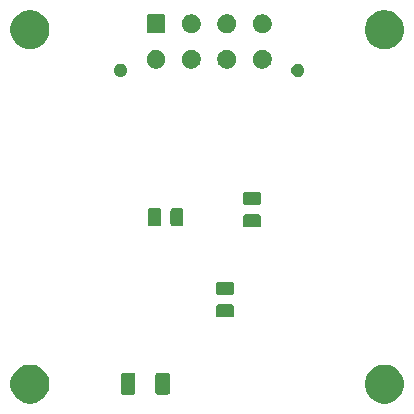
<source format=gbr>
G04 #@! TF.GenerationSoftware,KiCad,Pcbnew,(5.1.6)-1*
G04 #@! TF.CreationDate,2021-06-24T15:15:02+10:00*
G04 #@! TF.ProjectId,BSPD,42535044-2e6b-4696-9361-645f70636258,rev?*
G04 #@! TF.SameCoordinates,Original*
G04 #@! TF.FileFunction,Soldermask,Bot*
G04 #@! TF.FilePolarity,Negative*
%FSLAX46Y46*%
G04 Gerber Fmt 4.6, Leading zero omitted, Abs format (unit mm)*
G04 Created by KiCad (PCBNEW (5.1.6)-1) date 2021-06-24 15:15:02*
%MOMM*%
%LPD*%
G01*
G04 APERTURE LIST*
%ADD10C,0.100000*%
G04 APERTURE END LIST*
D10*
G36*
X115973256Y-133547298D02*
G01*
X116079579Y-133568447D01*
X116380042Y-133692903D01*
X116650451Y-133873585D01*
X116880415Y-134103549D01*
X117061097Y-134373958D01*
X117061098Y-134373960D01*
X117185553Y-134674422D01*
X117249000Y-134993389D01*
X117249000Y-135318611D01*
X117185553Y-135637578D01*
X117063261Y-135932819D01*
X117061097Y-135938042D01*
X116880415Y-136208451D01*
X116650451Y-136438415D01*
X116380042Y-136619097D01*
X116079579Y-136743553D01*
X115973256Y-136764702D01*
X115760611Y-136807000D01*
X115435389Y-136807000D01*
X115222744Y-136764702D01*
X115116421Y-136743553D01*
X114815958Y-136619097D01*
X114545549Y-136438415D01*
X114315585Y-136208451D01*
X114134903Y-135938042D01*
X114132740Y-135932819D01*
X114010447Y-135637578D01*
X113947000Y-135318611D01*
X113947000Y-134993389D01*
X114010447Y-134674422D01*
X114134902Y-134373960D01*
X114134903Y-134373958D01*
X114315585Y-134103549D01*
X114545549Y-133873585D01*
X114815958Y-133692903D01*
X115116421Y-133568447D01*
X115222744Y-133547298D01*
X115435389Y-133505000D01*
X115760611Y-133505000D01*
X115973256Y-133547298D01*
G37*
G36*
X85973256Y-133547298D02*
G01*
X86079579Y-133568447D01*
X86380042Y-133692903D01*
X86650451Y-133873585D01*
X86880415Y-134103549D01*
X87061097Y-134373958D01*
X87061098Y-134373960D01*
X87185553Y-134674422D01*
X87249000Y-134993389D01*
X87249000Y-135318611D01*
X87185553Y-135637578D01*
X87063261Y-135932819D01*
X87061097Y-135938042D01*
X86880415Y-136208451D01*
X86650451Y-136438415D01*
X86380042Y-136619097D01*
X86079579Y-136743553D01*
X85973256Y-136764702D01*
X85760611Y-136807000D01*
X85435389Y-136807000D01*
X85222744Y-136764702D01*
X85116421Y-136743553D01*
X84815958Y-136619097D01*
X84545549Y-136438415D01*
X84315585Y-136208451D01*
X84134903Y-135938042D01*
X84132740Y-135932819D01*
X84010447Y-135637578D01*
X83947000Y-135318611D01*
X83947000Y-134993389D01*
X84010447Y-134674422D01*
X84134902Y-134373960D01*
X84134903Y-134373958D01*
X84315585Y-134103549D01*
X84545549Y-133873585D01*
X84815958Y-133692903D01*
X85116421Y-133568447D01*
X85222744Y-133547298D01*
X85435389Y-133505000D01*
X85760611Y-133505000D01*
X85973256Y-133547298D01*
G37*
G36*
X94364307Y-134206498D02*
G01*
X94402318Y-134218029D01*
X94437342Y-134236749D01*
X94468049Y-134261951D01*
X94493251Y-134292658D01*
X94511971Y-134327682D01*
X94523502Y-134365693D01*
X94528000Y-134411363D01*
X94528000Y-135844637D01*
X94523502Y-135890307D01*
X94511971Y-135928318D01*
X94493251Y-135963342D01*
X94468049Y-135994049D01*
X94437342Y-136019251D01*
X94402318Y-136037971D01*
X94364307Y-136049502D01*
X94318637Y-136054000D01*
X93510363Y-136054000D01*
X93464693Y-136049502D01*
X93426682Y-136037971D01*
X93391658Y-136019251D01*
X93360951Y-135994049D01*
X93335749Y-135963342D01*
X93317029Y-135928318D01*
X93305498Y-135890307D01*
X93301000Y-135844637D01*
X93301000Y-134411363D01*
X93305498Y-134365693D01*
X93317029Y-134327682D01*
X93335749Y-134292658D01*
X93360951Y-134261951D01*
X93391658Y-134236749D01*
X93426682Y-134218029D01*
X93464693Y-134206498D01*
X93510363Y-134202000D01*
X94318637Y-134202000D01*
X94364307Y-134206498D01*
G37*
G36*
X97289307Y-134206498D02*
G01*
X97327318Y-134218029D01*
X97362342Y-134236749D01*
X97393049Y-134261951D01*
X97418251Y-134292658D01*
X97436971Y-134327682D01*
X97448502Y-134365693D01*
X97453000Y-134411363D01*
X97453000Y-135844637D01*
X97448502Y-135890307D01*
X97436971Y-135928318D01*
X97418251Y-135963342D01*
X97393049Y-135994049D01*
X97362342Y-136019251D01*
X97327318Y-136037971D01*
X97289307Y-136049502D01*
X97243637Y-136054000D01*
X96435363Y-136054000D01*
X96389693Y-136049502D01*
X96351682Y-136037971D01*
X96316658Y-136019251D01*
X96285951Y-135994049D01*
X96260749Y-135963342D01*
X96242029Y-135928318D01*
X96230498Y-135890307D01*
X96226000Y-135844637D01*
X96226000Y-134411363D01*
X96230498Y-134365693D01*
X96242029Y-134327682D01*
X96260749Y-134292658D01*
X96285951Y-134261951D01*
X96316658Y-134236749D01*
X96351682Y-134218029D01*
X96389693Y-134206498D01*
X96435363Y-134202000D01*
X97243637Y-134202000D01*
X97289307Y-134206498D01*
G37*
G36*
X102712434Y-128419686D02*
G01*
X102752284Y-128431774D01*
X102788999Y-128451399D01*
X102821186Y-128477814D01*
X102847601Y-128510001D01*
X102867226Y-128546716D01*
X102879314Y-128586566D01*
X102884000Y-128634141D01*
X102884000Y-129297859D01*
X102879314Y-129345434D01*
X102867226Y-129385284D01*
X102847601Y-129421999D01*
X102821186Y-129454186D01*
X102788999Y-129480601D01*
X102752284Y-129500226D01*
X102712434Y-129512314D01*
X102664859Y-129517000D01*
X101551141Y-129517000D01*
X101503566Y-129512314D01*
X101463716Y-129500226D01*
X101427001Y-129480601D01*
X101394814Y-129454186D01*
X101368399Y-129421999D01*
X101348774Y-129385284D01*
X101336686Y-129345434D01*
X101332000Y-129297859D01*
X101332000Y-128634141D01*
X101336686Y-128586566D01*
X101348774Y-128546716D01*
X101368399Y-128510001D01*
X101394814Y-128477814D01*
X101427001Y-128451399D01*
X101463716Y-128431774D01*
X101503566Y-128419686D01*
X101551141Y-128415000D01*
X102664859Y-128415000D01*
X102712434Y-128419686D01*
G37*
G36*
X102712434Y-126519686D02*
G01*
X102752284Y-126531774D01*
X102788999Y-126551399D01*
X102821186Y-126577814D01*
X102847601Y-126610001D01*
X102867226Y-126646716D01*
X102879314Y-126686566D01*
X102884000Y-126734141D01*
X102884000Y-127397859D01*
X102879314Y-127445434D01*
X102867226Y-127485284D01*
X102847601Y-127521999D01*
X102821186Y-127554186D01*
X102788999Y-127580601D01*
X102752284Y-127600226D01*
X102712434Y-127612314D01*
X102664859Y-127617000D01*
X101551141Y-127617000D01*
X101503566Y-127612314D01*
X101463716Y-127600226D01*
X101427001Y-127580601D01*
X101394814Y-127554186D01*
X101368399Y-127521999D01*
X101348774Y-127485284D01*
X101336686Y-127445434D01*
X101332000Y-127397859D01*
X101332000Y-126734141D01*
X101336686Y-126686566D01*
X101348774Y-126646716D01*
X101368399Y-126610001D01*
X101394814Y-126577814D01*
X101427001Y-126551399D01*
X101463716Y-126531774D01*
X101503566Y-126519686D01*
X101551141Y-126515000D01*
X102664859Y-126515000D01*
X102712434Y-126519686D01*
G37*
G36*
X104998434Y-120799686D02*
G01*
X105038284Y-120811774D01*
X105074999Y-120831399D01*
X105107186Y-120857814D01*
X105133601Y-120890001D01*
X105153226Y-120926716D01*
X105165314Y-120966566D01*
X105170000Y-121014141D01*
X105170000Y-121677859D01*
X105165314Y-121725434D01*
X105153226Y-121765284D01*
X105133601Y-121801999D01*
X105107186Y-121834186D01*
X105074999Y-121860601D01*
X105038284Y-121880226D01*
X104998434Y-121892314D01*
X104950859Y-121897000D01*
X103837141Y-121897000D01*
X103789566Y-121892314D01*
X103749716Y-121880226D01*
X103713001Y-121860601D01*
X103680814Y-121834186D01*
X103654399Y-121801999D01*
X103634774Y-121765284D01*
X103622686Y-121725434D01*
X103618000Y-121677859D01*
X103618000Y-121014141D01*
X103622686Y-120966566D01*
X103634774Y-120926716D01*
X103654399Y-120890001D01*
X103680814Y-120857814D01*
X103713001Y-120831399D01*
X103749716Y-120811774D01*
X103789566Y-120799686D01*
X103837141Y-120795000D01*
X104950859Y-120795000D01*
X104998434Y-120799686D01*
G37*
G36*
X96523434Y-120259686D02*
G01*
X96563284Y-120271774D01*
X96599999Y-120291399D01*
X96632186Y-120317814D01*
X96658601Y-120350001D01*
X96678226Y-120386716D01*
X96690314Y-120426566D01*
X96695000Y-120474141D01*
X96695000Y-121587859D01*
X96690314Y-121635434D01*
X96678226Y-121675284D01*
X96658601Y-121711999D01*
X96632186Y-121744186D01*
X96599999Y-121770601D01*
X96563284Y-121790226D01*
X96523434Y-121802314D01*
X96475859Y-121807000D01*
X95812141Y-121807000D01*
X95764566Y-121802314D01*
X95724716Y-121790226D01*
X95688001Y-121770601D01*
X95655814Y-121744186D01*
X95629399Y-121711999D01*
X95609774Y-121675284D01*
X95597686Y-121635434D01*
X95593000Y-121587859D01*
X95593000Y-120474141D01*
X95597686Y-120426566D01*
X95609774Y-120386716D01*
X95629399Y-120350001D01*
X95655814Y-120317814D01*
X95688001Y-120291399D01*
X95724716Y-120271774D01*
X95764566Y-120259686D01*
X95812141Y-120255000D01*
X96475859Y-120255000D01*
X96523434Y-120259686D01*
G37*
G36*
X98423434Y-120259686D02*
G01*
X98463284Y-120271774D01*
X98499999Y-120291399D01*
X98532186Y-120317814D01*
X98558601Y-120350001D01*
X98578226Y-120386716D01*
X98590314Y-120426566D01*
X98595000Y-120474141D01*
X98595000Y-121587859D01*
X98590314Y-121635434D01*
X98578226Y-121675284D01*
X98558601Y-121711999D01*
X98532186Y-121744186D01*
X98499999Y-121770601D01*
X98463284Y-121790226D01*
X98423434Y-121802314D01*
X98375859Y-121807000D01*
X97712141Y-121807000D01*
X97664566Y-121802314D01*
X97624716Y-121790226D01*
X97588001Y-121770601D01*
X97555814Y-121744186D01*
X97529399Y-121711999D01*
X97509774Y-121675284D01*
X97497686Y-121635434D01*
X97493000Y-121587859D01*
X97493000Y-120474141D01*
X97497686Y-120426566D01*
X97509774Y-120386716D01*
X97529399Y-120350001D01*
X97555814Y-120317814D01*
X97588001Y-120291399D01*
X97624716Y-120271774D01*
X97664566Y-120259686D01*
X97712141Y-120255000D01*
X98375859Y-120255000D01*
X98423434Y-120259686D01*
G37*
G36*
X104998434Y-118899686D02*
G01*
X105038284Y-118911774D01*
X105074999Y-118931399D01*
X105107186Y-118957814D01*
X105133601Y-118990001D01*
X105153226Y-119026716D01*
X105165314Y-119066566D01*
X105170000Y-119114141D01*
X105170000Y-119777859D01*
X105165314Y-119825434D01*
X105153226Y-119865284D01*
X105133601Y-119901999D01*
X105107186Y-119934186D01*
X105074999Y-119960601D01*
X105038284Y-119980226D01*
X104998434Y-119992314D01*
X104950859Y-119997000D01*
X103837141Y-119997000D01*
X103789566Y-119992314D01*
X103749716Y-119980226D01*
X103713001Y-119960601D01*
X103680814Y-119934186D01*
X103654399Y-119901999D01*
X103634774Y-119865284D01*
X103622686Y-119825434D01*
X103618000Y-119777859D01*
X103618000Y-119114141D01*
X103622686Y-119066566D01*
X103634774Y-119026716D01*
X103654399Y-118990001D01*
X103680814Y-118957814D01*
X103713001Y-118931399D01*
X103749716Y-118911774D01*
X103789566Y-118899686D01*
X103837141Y-118895000D01*
X104950859Y-118895000D01*
X104998434Y-118899686D01*
G37*
G36*
X108426721Y-108058174D02*
G01*
X108526995Y-108099709D01*
X108526996Y-108099710D01*
X108617242Y-108160010D01*
X108693990Y-108236758D01*
X108693991Y-108236760D01*
X108754291Y-108327005D01*
X108795826Y-108427279D01*
X108817000Y-108533730D01*
X108817000Y-108642270D01*
X108795826Y-108748721D01*
X108754291Y-108848995D01*
X108754290Y-108848996D01*
X108693990Y-108939242D01*
X108617242Y-109015990D01*
X108571812Y-109046345D01*
X108526995Y-109076291D01*
X108426721Y-109117826D01*
X108320270Y-109139000D01*
X108211730Y-109139000D01*
X108105279Y-109117826D01*
X108005005Y-109076291D01*
X107960188Y-109046345D01*
X107914758Y-109015990D01*
X107838010Y-108939242D01*
X107777710Y-108848996D01*
X107777709Y-108848995D01*
X107736174Y-108748721D01*
X107715000Y-108642270D01*
X107715000Y-108533730D01*
X107736174Y-108427279D01*
X107777709Y-108327005D01*
X107838009Y-108236760D01*
X107838010Y-108236758D01*
X107914758Y-108160010D01*
X108005004Y-108099710D01*
X108005005Y-108099709D01*
X108105279Y-108058174D01*
X108211730Y-108037000D01*
X108320270Y-108037000D01*
X108426721Y-108058174D01*
G37*
G36*
X93426721Y-108058174D02*
G01*
X93526995Y-108099709D01*
X93526996Y-108099710D01*
X93617242Y-108160010D01*
X93693990Y-108236758D01*
X93693991Y-108236760D01*
X93754291Y-108327005D01*
X93795826Y-108427279D01*
X93817000Y-108533730D01*
X93817000Y-108642270D01*
X93795826Y-108748721D01*
X93754291Y-108848995D01*
X93754290Y-108848996D01*
X93693990Y-108939242D01*
X93617242Y-109015990D01*
X93571812Y-109046345D01*
X93526995Y-109076291D01*
X93426721Y-109117826D01*
X93320270Y-109139000D01*
X93211730Y-109139000D01*
X93105279Y-109117826D01*
X93005005Y-109076291D01*
X92960188Y-109046345D01*
X92914758Y-109015990D01*
X92838010Y-108939242D01*
X92777710Y-108848996D01*
X92777709Y-108848995D01*
X92736174Y-108748721D01*
X92715000Y-108642270D01*
X92715000Y-108533730D01*
X92736174Y-108427279D01*
X92777709Y-108327005D01*
X92838009Y-108236760D01*
X92838010Y-108236758D01*
X92914758Y-108160010D01*
X93005004Y-108099710D01*
X93005005Y-108099709D01*
X93105279Y-108058174D01*
X93211730Y-108037000D01*
X93320270Y-108037000D01*
X93426721Y-108058174D01*
G37*
G36*
X96499642Y-106877781D02*
G01*
X96645414Y-106938162D01*
X96645416Y-106938163D01*
X96776608Y-107025822D01*
X96888178Y-107137392D01*
X96975837Y-107268584D01*
X96975838Y-107268586D01*
X97036219Y-107414358D01*
X97067000Y-107569107D01*
X97067000Y-107726893D01*
X97036219Y-107881642D01*
X96975838Y-108027414D01*
X96975837Y-108027416D01*
X96888178Y-108158608D01*
X96776608Y-108270178D01*
X96645416Y-108357837D01*
X96645415Y-108357838D01*
X96645414Y-108357838D01*
X96499642Y-108418219D01*
X96344893Y-108449000D01*
X96187107Y-108449000D01*
X96032358Y-108418219D01*
X95886586Y-108357838D01*
X95886585Y-108357838D01*
X95886584Y-108357837D01*
X95755392Y-108270178D01*
X95643822Y-108158608D01*
X95556163Y-108027416D01*
X95556162Y-108027414D01*
X95495781Y-107881642D01*
X95465000Y-107726893D01*
X95465000Y-107569107D01*
X95495781Y-107414358D01*
X95556162Y-107268586D01*
X95556163Y-107268584D01*
X95643822Y-107137392D01*
X95755392Y-107025822D01*
X95886584Y-106938163D01*
X95886586Y-106938162D01*
X96032358Y-106877781D01*
X96187107Y-106847000D01*
X96344893Y-106847000D01*
X96499642Y-106877781D01*
G37*
G36*
X99499642Y-106877781D02*
G01*
X99645414Y-106938162D01*
X99645416Y-106938163D01*
X99776608Y-107025822D01*
X99888178Y-107137392D01*
X99975837Y-107268584D01*
X99975838Y-107268586D01*
X100036219Y-107414358D01*
X100067000Y-107569107D01*
X100067000Y-107726893D01*
X100036219Y-107881642D01*
X99975838Y-108027414D01*
X99975837Y-108027416D01*
X99888178Y-108158608D01*
X99776608Y-108270178D01*
X99645416Y-108357837D01*
X99645415Y-108357838D01*
X99645414Y-108357838D01*
X99499642Y-108418219D01*
X99344893Y-108449000D01*
X99187107Y-108449000D01*
X99032358Y-108418219D01*
X98886586Y-108357838D01*
X98886585Y-108357838D01*
X98886584Y-108357837D01*
X98755392Y-108270178D01*
X98643822Y-108158608D01*
X98556163Y-108027416D01*
X98556162Y-108027414D01*
X98495781Y-107881642D01*
X98465000Y-107726893D01*
X98465000Y-107569107D01*
X98495781Y-107414358D01*
X98556162Y-107268586D01*
X98556163Y-107268584D01*
X98643822Y-107137392D01*
X98755392Y-107025822D01*
X98886584Y-106938163D01*
X98886586Y-106938162D01*
X99032358Y-106877781D01*
X99187107Y-106847000D01*
X99344893Y-106847000D01*
X99499642Y-106877781D01*
G37*
G36*
X102499642Y-106877781D02*
G01*
X102645414Y-106938162D01*
X102645416Y-106938163D01*
X102776608Y-107025822D01*
X102888178Y-107137392D01*
X102975837Y-107268584D01*
X102975838Y-107268586D01*
X103036219Y-107414358D01*
X103067000Y-107569107D01*
X103067000Y-107726893D01*
X103036219Y-107881642D01*
X102975838Y-108027414D01*
X102975837Y-108027416D01*
X102888178Y-108158608D01*
X102776608Y-108270178D01*
X102645416Y-108357837D01*
X102645415Y-108357838D01*
X102645414Y-108357838D01*
X102499642Y-108418219D01*
X102344893Y-108449000D01*
X102187107Y-108449000D01*
X102032358Y-108418219D01*
X101886586Y-108357838D01*
X101886585Y-108357838D01*
X101886584Y-108357837D01*
X101755392Y-108270178D01*
X101643822Y-108158608D01*
X101556163Y-108027416D01*
X101556162Y-108027414D01*
X101495781Y-107881642D01*
X101465000Y-107726893D01*
X101465000Y-107569107D01*
X101495781Y-107414358D01*
X101556162Y-107268586D01*
X101556163Y-107268584D01*
X101643822Y-107137392D01*
X101755392Y-107025822D01*
X101886584Y-106938163D01*
X101886586Y-106938162D01*
X102032358Y-106877781D01*
X102187107Y-106847000D01*
X102344893Y-106847000D01*
X102499642Y-106877781D01*
G37*
G36*
X105499642Y-106877781D02*
G01*
X105645414Y-106938162D01*
X105645416Y-106938163D01*
X105776608Y-107025822D01*
X105888178Y-107137392D01*
X105975837Y-107268584D01*
X105975838Y-107268586D01*
X106036219Y-107414358D01*
X106067000Y-107569107D01*
X106067000Y-107726893D01*
X106036219Y-107881642D01*
X105975838Y-108027414D01*
X105975837Y-108027416D01*
X105888178Y-108158608D01*
X105776608Y-108270178D01*
X105645416Y-108357837D01*
X105645415Y-108357838D01*
X105645414Y-108357838D01*
X105499642Y-108418219D01*
X105344893Y-108449000D01*
X105187107Y-108449000D01*
X105032358Y-108418219D01*
X104886586Y-108357838D01*
X104886585Y-108357838D01*
X104886584Y-108357837D01*
X104755392Y-108270178D01*
X104643822Y-108158608D01*
X104556163Y-108027416D01*
X104556162Y-108027414D01*
X104495781Y-107881642D01*
X104465000Y-107726893D01*
X104465000Y-107569107D01*
X104495781Y-107414358D01*
X104556162Y-107268586D01*
X104556163Y-107268584D01*
X104643822Y-107137392D01*
X104755392Y-107025822D01*
X104886584Y-106938163D01*
X104886586Y-106938162D01*
X105032358Y-106877781D01*
X105187107Y-106847000D01*
X105344893Y-106847000D01*
X105499642Y-106877781D01*
G37*
G36*
X85973256Y-103547298D02*
G01*
X86079579Y-103568447D01*
X86380042Y-103692903D01*
X86650451Y-103873585D01*
X86880415Y-104103549D01*
X86880416Y-104103551D01*
X87061098Y-104373960D01*
X87185553Y-104674422D01*
X87249000Y-104993389D01*
X87249000Y-105318611D01*
X87225956Y-105434461D01*
X87185553Y-105637579D01*
X87061097Y-105938042D01*
X86880415Y-106208451D01*
X86650451Y-106438415D01*
X86380042Y-106619097D01*
X86079579Y-106743553D01*
X85973256Y-106764702D01*
X85760611Y-106807000D01*
X85435389Y-106807000D01*
X85222744Y-106764702D01*
X85116421Y-106743553D01*
X84815958Y-106619097D01*
X84545549Y-106438415D01*
X84315585Y-106208451D01*
X84134903Y-105938042D01*
X84010447Y-105637579D01*
X83970044Y-105434461D01*
X83947000Y-105318611D01*
X83947000Y-104993389D01*
X84010447Y-104674422D01*
X84134902Y-104373960D01*
X84315584Y-104103551D01*
X84315585Y-104103549D01*
X84545549Y-103873585D01*
X84815958Y-103692903D01*
X85116421Y-103568447D01*
X85222744Y-103547298D01*
X85435389Y-103505000D01*
X85760611Y-103505000D01*
X85973256Y-103547298D01*
G37*
G36*
X115973256Y-103547298D02*
G01*
X116079579Y-103568447D01*
X116380042Y-103692903D01*
X116650451Y-103873585D01*
X116880415Y-104103549D01*
X116880416Y-104103551D01*
X117061098Y-104373960D01*
X117185553Y-104674422D01*
X117249000Y-104993389D01*
X117249000Y-105318611D01*
X117225956Y-105434461D01*
X117185553Y-105637579D01*
X117061097Y-105938042D01*
X116880415Y-106208451D01*
X116650451Y-106438415D01*
X116380042Y-106619097D01*
X116079579Y-106743553D01*
X115973256Y-106764702D01*
X115760611Y-106807000D01*
X115435389Y-106807000D01*
X115222744Y-106764702D01*
X115116421Y-106743553D01*
X114815958Y-106619097D01*
X114545549Y-106438415D01*
X114315585Y-106208451D01*
X114134903Y-105938042D01*
X114010447Y-105637579D01*
X113970044Y-105434461D01*
X113947000Y-105318611D01*
X113947000Y-104993389D01*
X114010447Y-104674422D01*
X114134902Y-104373960D01*
X114315584Y-104103551D01*
X114315585Y-104103549D01*
X114545549Y-103873585D01*
X114815958Y-103692903D01*
X115116421Y-103568447D01*
X115222744Y-103547298D01*
X115435389Y-103505000D01*
X115760611Y-103505000D01*
X115973256Y-103547298D01*
G37*
G36*
X99499642Y-103877781D02*
G01*
X99623208Y-103928964D01*
X99645416Y-103938163D01*
X99776608Y-104025822D01*
X99888178Y-104137392D01*
X99975837Y-104268584D01*
X99975838Y-104268586D01*
X100036219Y-104414358D01*
X100067000Y-104569107D01*
X100067000Y-104726893D01*
X100036219Y-104881642D01*
X99989931Y-104993391D01*
X99975837Y-105027416D01*
X99888178Y-105158608D01*
X99776608Y-105270178D01*
X99645416Y-105357837D01*
X99645415Y-105357838D01*
X99645414Y-105357838D01*
X99499642Y-105418219D01*
X99344893Y-105449000D01*
X99187107Y-105449000D01*
X99032358Y-105418219D01*
X98886586Y-105357838D01*
X98886585Y-105357838D01*
X98886584Y-105357837D01*
X98755392Y-105270178D01*
X98643822Y-105158608D01*
X98556163Y-105027416D01*
X98542069Y-104993391D01*
X98495781Y-104881642D01*
X98465000Y-104726893D01*
X98465000Y-104569107D01*
X98495781Y-104414358D01*
X98556162Y-104268586D01*
X98556163Y-104268584D01*
X98643822Y-104137392D01*
X98755392Y-104025822D01*
X98886584Y-103938163D01*
X98908792Y-103928964D01*
X99032358Y-103877781D01*
X99187107Y-103847000D01*
X99344893Y-103847000D01*
X99499642Y-103877781D01*
G37*
G36*
X96919048Y-103851122D02*
G01*
X96953387Y-103861539D01*
X96985036Y-103878456D01*
X97012778Y-103901222D01*
X97035544Y-103928964D01*
X97052461Y-103960613D01*
X97062878Y-103994952D01*
X97067000Y-104036807D01*
X97067000Y-105259193D01*
X97062878Y-105301048D01*
X97052461Y-105335387D01*
X97035544Y-105367036D01*
X97012778Y-105394778D01*
X96985036Y-105417544D01*
X96953387Y-105434461D01*
X96919048Y-105444878D01*
X96877193Y-105449000D01*
X95654807Y-105449000D01*
X95612952Y-105444878D01*
X95578613Y-105434461D01*
X95546964Y-105417544D01*
X95519222Y-105394778D01*
X95496456Y-105367036D01*
X95479539Y-105335387D01*
X95469122Y-105301048D01*
X95465000Y-105259193D01*
X95465000Y-104036807D01*
X95469122Y-103994952D01*
X95479539Y-103960613D01*
X95496456Y-103928964D01*
X95519222Y-103901222D01*
X95546964Y-103878456D01*
X95578613Y-103861539D01*
X95612952Y-103851122D01*
X95654807Y-103847000D01*
X96877193Y-103847000D01*
X96919048Y-103851122D01*
G37*
G36*
X105499642Y-103877781D02*
G01*
X105623208Y-103928964D01*
X105645416Y-103938163D01*
X105776608Y-104025822D01*
X105888178Y-104137392D01*
X105975837Y-104268584D01*
X105975838Y-104268586D01*
X106036219Y-104414358D01*
X106067000Y-104569107D01*
X106067000Y-104726893D01*
X106036219Y-104881642D01*
X105989931Y-104993391D01*
X105975837Y-105027416D01*
X105888178Y-105158608D01*
X105776608Y-105270178D01*
X105645416Y-105357837D01*
X105645415Y-105357838D01*
X105645414Y-105357838D01*
X105499642Y-105418219D01*
X105344893Y-105449000D01*
X105187107Y-105449000D01*
X105032358Y-105418219D01*
X104886586Y-105357838D01*
X104886585Y-105357838D01*
X104886584Y-105357837D01*
X104755392Y-105270178D01*
X104643822Y-105158608D01*
X104556163Y-105027416D01*
X104542069Y-104993391D01*
X104495781Y-104881642D01*
X104465000Y-104726893D01*
X104465000Y-104569107D01*
X104495781Y-104414358D01*
X104556162Y-104268586D01*
X104556163Y-104268584D01*
X104643822Y-104137392D01*
X104755392Y-104025822D01*
X104886584Y-103938163D01*
X104908792Y-103928964D01*
X105032358Y-103877781D01*
X105187107Y-103847000D01*
X105344893Y-103847000D01*
X105499642Y-103877781D01*
G37*
G36*
X102499642Y-103877781D02*
G01*
X102623208Y-103928964D01*
X102645416Y-103938163D01*
X102776608Y-104025822D01*
X102888178Y-104137392D01*
X102975837Y-104268584D01*
X102975838Y-104268586D01*
X103036219Y-104414358D01*
X103067000Y-104569107D01*
X103067000Y-104726893D01*
X103036219Y-104881642D01*
X102989931Y-104993391D01*
X102975837Y-105027416D01*
X102888178Y-105158608D01*
X102776608Y-105270178D01*
X102645416Y-105357837D01*
X102645415Y-105357838D01*
X102645414Y-105357838D01*
X102499642Y-105418219D01*
X102344893Y-105449000D01*
X102187107Y-105449000D01*
X102032358Y-105418219D01*
X101886586Y-105357838D01*
X101886585Y-105357838D01*
X101886584Y-105357837D01*
X101755392Y-105270178D01*
X101643822Y-105158608D01*
X101556163Y-105027416D01*
X101542069Y-104993391D01*
X101495781Y-104881642D01*
X101465000Y-104726893D01*
X101465000Y-104569107D01*
X101495781Y-104414358D01*
X101556162Y-104268586D01*
X101556163Y-104268584D01*
X101643822Y-104137392D01*
X101755392Y-104025822D01*
X101886584Y-103938163D01*
X101908792Y-103928964D01*
X102032358Y-103877781D01*
X102187107Y-103847000D01*
X102344893Y-103847000D01*
X102499642Y-103877781D01*
G37*
M02*

</source>
